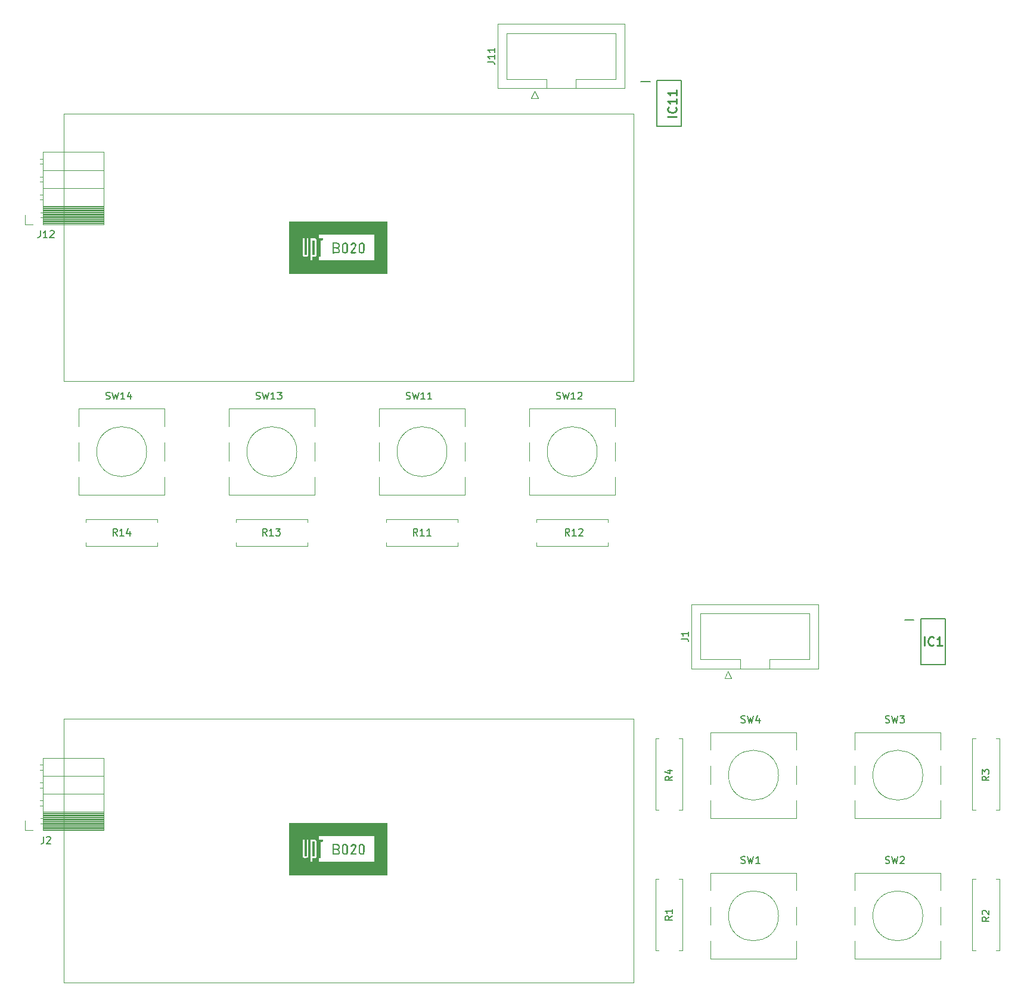
<source format=gbr>
%TF.GenerationSoftware,KiCad,Pcbnew,8.0.1*%
%TF.CreationDate,2024-04-25T15:56:32+03:00*%
%TF.ProjectId,Modul_Lcd_Butoane,4d6f6475-6c5f-44c6-9364-5f4275746f61,V1*%
%TF.SameCoordinates,Original*%
%TF.FileFunction,Legend,Top*%
%TF.FilePolarity,Positive*%
%FSLAX46Y46*%
G04 Gerber Fmt 4.6, Leading zero omitted, Abs format (unit mm)*
G04 Created by KiCad (PCBNEW 8.0.1) date 2024-04-25 15:56:32*
%MOMM*%
%LPD*%
G01*
G04 APERTURE LIST*
%ADD10C,0.100000*%
%ADD11C,0.150000*%
%ADD12C,0.254000*%
%ADD13C,0.000000*%
%ADD14C,0.120000*%
%ADD15C,0.200000*%
G04 APERTURE END LIST*
D10*
X31500000Y-58000000D02*
X112500000Y-58000000D01*
X112500000Y-96000000D01*
X31500000Y-96000000D01*
X31500000Y-58000000D01*
X31500000Y-144000000D02*
X112500000Y-144000000D01*
X112500000Y-181500000D01*
X31500000Y-181500000D01*
X31500000Y-144000000D01*
D11*
X37520476Y-98497200D02*
X37663333Y-98544819D01*
X37663333Y-98544819D02*
X37901428Y-98544819D01*
X37901428Y-98544819D02*
X37996666Y-98497200D01*
X37996666Y-98497200D02*
X38044285Y-98449580D01*
X38044285Y-98449580D02*
X38091904Y-98354342D01*
X38091904Y-98354342D02*
X38091904Y-98259104D01*
X38091904Y-98259104D02*
X38044285Y-98163866D01*
X38044285Y-98163866D02*
X37996666Y-98116247D01*
X37996666Y-98116247D02*
X37901428Y-98068628D01*
X37901428Y-98068628D02*
X37710952Y-98021009D01*
X37710952Y-98021009D02*
X37615714Y-97973390D01*
X37615714Y-97973390D02*
X37568095Y-97925771D01*
X37568095Y-97925771D02*
X37520476Y-97830533D01*
X37520476Y-97830533D02*
X37520476Y-97735295D01*
X37520476Y-97735295D02*
X37568095Y-97640057D01*
X37568095Y-97640057D02*
X37615714Y-97592438D01*
X37615714Y-97592438D02*
X37710952Y-97544819D01*
X37710952Y-97544819D02*
X37949047Y-97544819D01*
X37949047Y-97544819D02*
X38091904Y-97592438D01*
X38425238Y-97544819D02*
X38663333Y-98544819D01*
X38663333Y-98544819D02*
X38853809Y-97830533D01*
X38853809Y-97830533D02*
X39044285Y-98544819D01*
X39044285Y-98544819D02*
X39282381Y-97544819D01*
X40187142Y-98544819D02*
X39615714Y-98544819D01*
X39901428Y-98544819D02*
X39901428Y-97544819D01*
X39901428Y-97544819D02*
X39806190Y-97687676D01*
X39806190Y-97687676D02*
X39710952Y-97782914D01*
X39710952Y-97782914D02*
X39615714Y-97830533D01*
X41044285Y-97878152D02*
X41044285Y-98544819D01*
X40806190Y-97497200D02*
X40568095Y-98211485D01*
X40568095Y-98211485D02*
X41187142Y-98211485D01*
X58853809Y-98497200D02*
X58996666Y-98544819D01*
X58996666Y-98544819D02*
X59234761Y-98544819D01*
X59234761Y-98544819D02*
X59329999Y-98497200D01*
X59329999Y-98497200D02*
X59377618Y-98449580D01*
X59377618Y-98449580D02*
X59425237Y-98354342D01*
X59425237Y-98354342D02*
X59425237Y-98259104D01*
X59425237Y-98259104D02*
X59377618Y-98163866D01*
X59377618Y-98163866D02*
X59329999Y-98116247D01*
X59329999Y-98116247D02*
X59234761Y-98068628D01*
X59234761Y-98068628D02*
X59044285Y-98021009D01*
X59044285Y-98021009D02*
X58949047Y-97973390D01*
X58949047Y-97973390D02*
X58901428Y-97925771D01*
X58901428Y-97925771D02*
X58853809Y-97830533D01*
X58853809Y-97830533D02*
X58853809Y-97735295D01*
X58853809Y-97735295D02*
X58901428Y-97640057D01*
X58901428Y-97640057D02*
X58949047Y-97592438D01*
X58949047Y-97592438D02*
X59044285Y-97544819D01*
X59044285Y-97544819D02*
X59282380Y-97544819D01*
X59282380Y-97544819D02*
X59425237Y-97592438D01*
X59758571Y-97544819D02*
X59996666Y-98544819D01*
X59996666Y-98544819D02*
X60187142Y-97830533D01*
X60187142Y-97830533D02*
X60377618Y-98544819D01*
X60377618Y-98544819D02*
X60615714Y-97544819D01*
X61520475Y-98544819D02*
X60949047Y-98544819D01*
X61234761Y-98544819D02*
X61234761Y-97544819D01*
X61234761Y-97544819D02*
X61139523Y-97687676D01*
X61139523Y-97687676D02*
X61044285Y-97782914D01*
X61044285Y-97782914D02*
X60949047Y-97830533D01*
X61853809Y-97544819D02*
X62472856Y-97544819D01*
X62472856Y-97544819D02*
X62139523Y-97925771D01*
X62139523Y-97925771D02*
X62282380Y-97925771D01*
X62282380Y-97925771D02*
X62377618Y-97973390D01*
X62377618Y-97973390D02*
X62425237Y-98021009D01*
X62425237Y-98021009D02*
X62472856Y-98116247D01*
X62472856Y-98116247D02*
X62472856Y-98354342D01*
X62472856Y-98354342D02*
X62425237Y-98449580D01*
X62425237Y-98449580D02*
X62377618Y-98497200D01*
X62377618Y-98497200D02*
X62282380Y-98544819D01*
X62282380Y-98544819D02*
X61996666Y-98544819D01*
X61996666Y-98544819D02*
X61901428Y-98497200D01*
X61901428Y-98497200D02*
X61853809Y-98449580D01*
X101520476Y-98497200D02*
X101663333Y-98544819D01*
X101663333Y-98544819D02*
X101901428Y-98544819D01*
X101901428Y-98544819D02*
X101996666Y-98497200D01*
X101996666Y-98497200D02*
X102044285Y-98449580D01*
X102044285Y-98449580D02*
X102091904Y-98354342D01*
X102091904Y-98354342D02*
X102091904Y-98259104D01*
X102091904Y-98259104D02*
X102044285Y-98163866D01*
X102044285Y-98163866D02*
X101996666Y-98116247D01*
X101996666Y-98116247D02*
X101901428Y-98068628D01*
X101901428Y-98068628D02*
X101710952Y-98021009D01*
X101710952Y-98021009D02*
X101615714Y-97973390D01*
X101615714Y-97973390D02*
X101568095Y-97925771D01*
X101568095Y-97925771D02*
X101520476Y-97830533D01*
X101520476Y-97830533D02*
X101520476Y-97735295D01*
X101520476Y-97735295D02*
X101568095Y-97640057D01*
X101568095Y-97640057D02*
X101615714Y-97592438D01*
X101615714Y-97592438D02*
X101710952Y-97544819D01*
X101710952Y-97544819D02*
X101949047Y-97544819D01*
X101949047Y-97544819D02*
X102091904Y-97592438D01*
X102425238Y-97544819D02*
X102663333Y-98544819D01*
X102663333Y-98544819D02*
X102853809Y-97830533D01*
X102853809Y-97830533D02*
X103044285Y-98544819D01*
X103044285Y-98544819D02*
X103282381Y-97544819D01*
X104187142Y-98544819D02*
X103615714Y-98544819D01*
X103901428Y-98544819D02*
X103901428Y-97544819D01*
X103901428Y-97544819D02*
X103806190Y-97687676D01*
X103806190Y-97687676D02*
X103710952Y-97782914D01*
X103710952Y-97782914D02*
X103615714Y-97830533D01*
X104568095Y-97640057D02*
X104615714Y-97592438D01*
X104615714Y-97592438D02*
X104710952Y-97544819D01*
X104710952Y-97544819D02*
X104949047Y-97544819D01*
X104949047Y-97544819D02*
X105044285Y-97592438D01*
X105044285Y-97592438D02*
X105091904Y-97640057D01*
X105091904Y-97640057D02*
X105139523Y-97735295D01*
X105139523Y-97735295D02*
X105139523Y-97830533D01*
X105139523Y-97830533D02*
X105091904Y-97973390D01*
X105091904Y-97973390D02*
X104520476Y-98544819D01*
X104520476Y-98544819D02*
X105139523Y-98544819D01*
X80187142Y-98497200D02*
X80329999Y-98544819D01*
X80329999Y-98544819D02*
X80568094Y-98544819D01*
X80568094Y-98544819D02*
X80663332Y-98497200D01*
X80663332Y-98497200D02*
X80710951Y-98449580D01*
X80710951Y-98449580D02*
X80758570Y-98354342D01*
X80758570Y-98354342D02*
X80758570Y-98259104D01*
X80758570Y-98259104D02*
X80710951Y-98163866D01*
X80710951Y-98163866D02*
X80663332Y-98116247D01*
X80663332Y-98116247D02*
X80568094Y-98068628D01*
X80568094Y-98068628D02*
X80377618Y-98021009D01*
X80377618Y-98021009D02*
X80282380Y-97973390D01*
X80282380Y-97973390D02*
X80234761Y-97925771D01*
X80234761Y-97925771D02*
X80187142Y-97830533D01*
X80187142Y-97830533D02*
X80187142Y-97735295D01*
X80187142Y-97735295D02*
X80234761Y-97640057D01*
X80234761Y-97640057D02*
X80282380Y-97592438D01*
X80282380Y-97592438D02*
X80377618Y-97544819D01*
X80377618Y-97544819D02*
X80615713Y-97544819D01*
X80615713Y-97544819D02*
X80758570Y-97592438D01*
X81091904Y-97544819D02*
X81329999Y-98544819D01*
X81329999Y-98544819D02*
X81520475Y-97830533D01*
X81520475Y-97830533D02*
X81710951Y-98544819D01*
X81710951Y-98544819D02*
X81949047Y-97544819D01*
X82853808Y-98544819D02*
X82282380Y-98544819D01*
X82568094Y-98544819D02*
X82568094Y-97544819D01*
X82568094Y-97544819D02*
X82472856Y-97687676D01*
X82472856Y-97687676D02*
X82377618Y-97782914D01*
X82377618Y-97782914D02*
X82282380Y-97830533D01*
X83806189Y-98544819D02*
X83234761Y-98544819D01*
X83520475Y-98544819D02*
X83520475Y-97544819D01*
X83520475Y-97544819D02*
X83425237Y-97687676D01*
X83425237Y-97687676D02*
X83329999Y-97782914D01*
X83329999Y-97782914D02*
X83234761Y-97830533D01*
X39107142Y-117954819D02*
X38773809Y-117478628D01*
X38535714Y-117954819D02*
X38535714Y-116954819D01*
X38535714Y-116954819D02*
X38916666Y-116954819D01*
X38916666Y-116954819D02*
X39011904Y-117002438D01*
X39011904Y-117002438D02*
X39059523Y-117050057D01*
X39059523Y-117050057D02*
X39107142Y-117145295D01*
X39107142Y-117145295D02*
X39107142Y-117288152D01*
X39107142Y-117288152D02*
X39059523Y-117383390D01*
X39059523Y-117383390D02*
X39011904Y-117431009D01*
X39011904Y-117431009D02*
X38916666Y-117478628D01*
X38916666Y-117478628D02*
X38535714Y-117478628D01*
X40059523Y-117954819D02*
X39488095Y-117954819D01*
X39773809Y-117954819D02*
X39773809Y-116954819D01*
X39773809Y-116954819D02*
X39678571Y-117097676D01*
X39678571Y-117097676D02*
X39583333Y-117192914D01*
X39583333Y-117192914D02*
X39488095Y-117240533D01*
X40916666Y-117288152D02*
X40916666Y-117954819D01*
X40678571Y-116907200D02*
X40440476Y-117621485D01*
X40440476Y-117621485D02*
X41059523Y-117621485D01*
X60357142Y-117954819D02*
X60023809Y-117478628D01*
X59785714Y-117954819D02*
X59785714Y-116954819D01*
X59785714Y-116954819D02*
X60166666Y-116954819D01*
X60166666Y-116954819D02*
X60261904Y-117002438D01*
X60261904Y-117002438D02*
X60309523Y-117050057D01*
X60309523Y-117050057D02*
X60357142Y-117145295D01*
X60357142Y-117145295D02*
X60357142Y-117288152D01*
X60357142Y-117288152D02*
X60309523Y-117383390D01*
X60309523Y-117383390D02*
X60261904Y-117431009D01*
X60261904Y-117431009D02*
X60166666Y-117478628D01*
X60166666Y-117478628D02*
X59785714Y-117478628D01*
X61309523Y-117954819D02*
X60738095Y-117954819D01*
X61023809Y-117954819D02*
X61023809Y-116954819D01*
X61023809Y-116954819D02*
X60928571Y-117097676D01*
X60928571Y-117097676D02*
X60833333Y-117192914D01*
X60833333Y-117192914D02*
X60738095Y-117240533D01*
X61642857Y-116954819D02*
X62261904Y-116954819D01*
X62261904Y-116954819D02*
X61928571Y-117335771D01*
X61928571Y-117335771D02*
X62071428Y-117335771D01*
X62071428Y-117335771D02*
X62166666Y-117383390D01*
X62166666Y-117383390D02*
X62214285Y-117431009D01*
X62214285Y-117431009D02*
X62261904Y-117526247D01*
X62261904Y-117526247D02*
X62261904Y-117764342D01*
X62261904Y-117764342D02*
X62214285Y-117859580D01*
X62214285Y-117859580D02*
X62166666Y-117907200D01*
X62166666Y-117907200D02*
X62071428Y-117954819D01*
X62071428Y-117954819D02*
X61785714Y-117954819D01*
X61785714Y-117954819D02*
X61690476Y-117907200D01*
X61690476Y-117907200D02*
X61642857Y-117859580D01*
X103357142Y-117954819D02*
X103023809Y-117478628D01*
X102785714Y-117954819D02*
X102785714Y-116954819D01*
X102785714Y-116954819D02*
X103166666Y-116954819D01*
X103166666Y-116954819D02*
X103261904Y-117002438D01*
X103261904Y-117002438D02*
X103309523Y-117050057D01*
X103309523Y-117050057D02*
X103357142Y-117145295D01*
X103357142Y-117145295D02*
X103357142Y-117288152D01*
X103357142Y-117288152D02*
X103309523Y-117383390D01*
X103309523Y-117383390D02*
X103261904Y-117431009D01*
X103261904Y-117431009D02*
X103166666Y-117478628D01*
X103166666Y-117478628D02*
X102785714Y-117478628D01*
X104309523Y-117954819D02*
X103738095Y-117954819D01*
X104023809Y-117954819D02*
X104023809Y-116954819D01*
X104023809Y-116954819D02*
X103928571Y-117097676D01*
X103928571Y-117097676D02*
X103833333Y-117192914D01*
X103833333Y-117192914D02*
X103738095Y-117240533D01*
X104690476Y-117050057D02*
X104738095Y-117002438D01*
X104738095Y-117002438D02*
X104833333Y-116954819D01*
X104833333Y-116954819D02*
X105071428Y-116954819D01*
X105071428Y-116954819D02*
X105166666Y-117002438D01*
X105166666Y-117002438D02*
X105214285Y-117050057D01*
X105214285Y-117050057D02*
X105261904Y-117145295D01*
X105261904Y-117145295D02*
X105261904Y-117240533D01*
X105261904Y-117240533D02*
X105214285Y-117383390D01*
X105214285Y-117383390D02*
X104642857Y-117954819D01*
X104642857Y-117954819D02*
X105261904Y-117954819D01*
X81773808Y-117954819D02*
X81440475Y-117478628D01*
X81202380Y-117954819D02*
X81202380Y-116954819D01*
X81202380Y-116954819D02*
X81583332Y-116954819D01*
X81583332Y-116954819D02*
X81678570Y-117002438D01*
X81678570Y-117002438D02*
X81726189Y-117050057D01*
X81726189Y-117050057D02*
X81773808Y-117145295D01*
X81773808Y-117145295D02*
X81773808Y-117288152D01*
X81773808Y-117288152D02*
X81726189Y-117383390D01*
X81726189Y-117383390D02*
X81678570Y-117431009D01*
X81678570Y-117431009D02*
X81583332Y-117478628D01*
X81583332Y-117478628D02*
X81202380Y-117478628D01*
X82726189Y-117954819D02*
X82154761Y-117954819D01*
X82440475Y-117954819D02*
X82440475Y-116954819D01*
X82440475Y-116954819D02*
X82345237Y-117097676D01*
X82345237Y-117097676D02*
X82249999Y-117192914D01*
X82249999Y-117192914D02*
X82154761Y-117240533D01*
X83678570Y-117954819D02*
X83107142Y-117954819D01*
X83392856Y-117954819D02*
X83392856Y-116954819D01*
X83392856Y-116954819D02*
X83297618Y-117097676D01*
X83297618Y-117097676D02*
X83202380Y-117192914D01*
X83202380Y-117192914D02*
X83107142Y-117240533D01*
X28190476Y-74574819D02*
X28190476Y-75289104D01*
X28190476Y-75289104D02*
X28142857Y-75431961D01*
X28142857Y-75431961D02*
X28047619Y-75527200D01*
X28047619Y-75527200D02*
X27904762Y-75574819D01*
X27904762Y-75574819D02*
X27809524Y-75574819D01*
X29190476Y-75574819D02*
X28619048Y-75574819D01*
X28904762Y-75574819D02*
X28904762Y-74574819D01*
X28904762Y-74574819D02*
X28809524Y-74717676D01*
X28809524Y-74717676D02*
X28714286Y-74812914D01*
X28714286Y-74812914D02*
X28619048Y-74860533D01*
X29571429Y-74670057D02*
X29619048Y-74622438D01*
X29619048Y-74622438D02*
X29714286Y-74574819D01*
X29714286Y-74574819D02*
X29952381Y-74574819D01*
X29952381Y-74574819D02*
X30047619Y-74622438D01*
X30047619Y-74622438D02*
X30095238Y-74670057D01*
X30095238Y-74670057D02*
X30142857Y-74765295D01*
X30142857Y-74765295D02*
X30142857Y-74860533D01*
X30142857Y-74860533D02*
X30095238Y-75003390D01*
X30095238Y-75003390D02*
X29523810Y-75574819D01*
X29523810Y-75574819D02*
X30142857Y-75574819D01*
X91734819Y-50579523D02*
X92449104Y-50579523D01*
X92449104Y-50579523D02*
X92591961Y-50627142D01*
X92591961Y-50627142D02*
X92687200Y-50722380D01*
X92687200Y-50722380D02*
X92734819Y-50865237D01*
X92734819Y-50865237D02*
X92734819Y-50960475D01*
X92734819Y-49579523D02*
X92734819Y-50150951D01*
X92734819Y-49865237D02*
X91734819Y-49865237D01*
X91734819Y-49865237D02*
X91877676Y-49960475D01*
X91877676Y-49960475D02*
X91972914Y-50055713D01*
X91972914Y-50055713D02*
X92020533Y-50150951D01*
X92734819Y-48627142D02*
X92734819Y-49198570D01*
X92734819Y-48912856D02*
X91734819Y-48912856D01*
X91734819Y-48912856D02*
X91877676Y-49008094D01*
X91877676Y-49008094D02*
X91972914Y-49103332D01*
X91972914Y-49103332D02*
X92020533Y-49198570D01*
X28666666Y-160724819D02*
X28666666Y-161439104D01*
X28666666Y-161439104D02*
X28619047Y-161581961D01*
X28619047Y-161581961D02*
X28523809Y-161677200D01*
X28523809Y-161677200D02*
X28380952Y-161724819D01*
X28380952Y-161724819D02*
X28285714Y-161724819D01*
X29095238Y-160820057D02*
X29142857Y-160772438D01*
X29142857Y-160772438D02*
X29238095Y-160724819D01*
X29238095Y-160724819D02*
X29476190Y-160724819D01*
X29476190Y-160724819D02*
X29571428Y-160772438D01*
X29571428Y-160772438D02*
X29619047Y-160820057D01*
X29619047Y-160820057D02*
X29666666Y-160915295D01*
X29666666Y-160915295D02*
X29666666Y-161010533D01*
X29666666Y-161010533D02*
X29619047Y-161153390D01*
X29619047Y-161153390D02*
X29047619Y-161724819D01*
X29047619Y-161724819D02*
X29666666Y-161724819D01*
D12*
X118574318Y-58344524D02*
X117304318Y-58344524D01*
X118453365Y-57014047D02*
X118513842Y-57074523D01*
X118513842Y-57074523D02*
X118574318Y-57255952D01*
X118574318Y-57255952D02*
X118574318Y-57376904D01*
X118574318Y-57376904D02*
X118513842Y-57558333D01*
X118513842Y-57558333D02*
X118392889Y-57679285D01*
X118392889Y-57679285D02*
X118271937Y-57739762D01*
X118271937Y-57739762D02*
X118030032Y-57800238D01*
X118030032Y-57800238D02*
X117848603Y-57800238D01*
X117848603Y-57800238D02*
X117606699Y-57739762D01*
X117606699Y-57739762D02*
X117485746Y-57679285D01*
X117485746Y-57679285D02*
X117364794Y-57558333D01*
X117364794Y-57558333D02*
X117304318Y-57376904D01*
X117304318Y-57376904D02*
X117304318Y-57255952D01*
X117304318Y-57255952D02*
X117364794Y-57074523D01*
X117364794Y-57074523D02*
X117425270Y-57014047D01*
X118574318Y-55804523D02*
X118574318Y-56530238D01*
X118574318Y-56167381D02*
X117304318Y-56167381D01*
X117304318Y-56167381D02*
X117485746Y-56288333D01*
X117485746Y-56288333D02*
X117606699Y-56409285D01*
X117606699Y-56409285D02*
X117667175Y-56530238D01*
X118574318Y-54594999D02*
X118574318Y-55320714D01*
X118574318Y-54957857D02*
X117304318Y-54957857D01*
X117304318Y-54957857D02*
X117485746Y-55078809D01*
X117485746Y-55078809D02*
X117606699Y-55199761D01*
X117606699Y-55199761D02*
X117667175Y-55320714D01*
X153760237Y-133574318D02*
X153760237Y-132304318D01*
X155090714Y-133453365D02*
X155030238Y-133513842D01*
X155030238Y-133513842D02*
X154848809Y-133574318D01*
X154848809Y-133574318D02*
X154727857Y-133574318D01*
X154727857Y-133574318D02*
X154546428Y-133513842D01*
X154546428Y-133513842D02*
X154425476Y-133392889D01*
X154425476Y-133392889D02*
X154364999Y-133271937D01*
X154364999Y-133271937D02*
X154304523Y-133030032D01*
X154304523Y-133030032D02*
X154304523Y-132848603D01*
X154304523Y-132848603D02*
X154364999Y-132606699D01*
X154364999Y-132606699D02*
X154425476Y-132485746D01*
X154425476Y-132485746D02*
X154546428Y-132364794D01*
X154546428Y-132364794D02*
X154727857Y-132304318D01*
X154727857Y-132304318D02*
X154848809Y-132304318D01*
X154848809Y-132304318D02*
X155030238Y-132364794D01*
X155030238Y-132364794D02*
X155090714Y-132425270D01*
X156300238Y-133574318D02*
X155574523Y-133574318D01*
X155937380Y-133574318D02*
X155937380Y-132304318D01*
X155937380Y-132304318D02*
X155816428Y-132485746D01*
X155816428Y-132485746D02*
X155695476Y-132606699D01*
X155695476Y-132606699D02*
X155574523Y-132667175D01*
D11*
X127746667Y-144497200D02*
X127889524Y-144544819D01*
X127889524Y-144544819D02*
X128127619Y-144544819D01*
X128127619Y-144544819D02*
X128222857Y-144497200D01*
X128222857Y-144497200D02*
X128270476Y-144449580D01*
X128270476Y-144449580D02*
X128318095Y-144354342D01*
X128318095Y-144354342D02*
X128318095Y-144259104D01*
X128318095Y-144259104D02*
X128270476Y-144163866D01*
X128270476Y-144163866D02*
X128222857Y-144116247D01*
X128222857Y-144116247D02*
X128127619Y-144068628D01*
X128127619Y-144068628D02*
X127937143Y-144021009D01*
X127937143Y-144021009D02*
X127841905Y-143973390D01*
X127841905Y-143973390D02*
X127794286Y-143925771D01*
X127794286Y-143925771D02*
X127746667Y-143830533D01*
X127746667Y-143830533D02*
X127746667Y-143735295D01*
X127746667Y-143735295D02*
X127794286Y-143640057D01*
X127794286Y-143640057D02*
X127841905Y-143592438D01*
X127841905Y-143592438D02*
X127937143Y-143544819D01*
X127937143Y-143544819D02*
X128175238Y-143544819D01*
X128175238Y-143544819D02*
X128318095Y-143592438D01*
X128651429Y-143544819D02*
X128889524Y-144544819D01*
X128889524Y-144544819D02*
X129080000Y-143830533D01*
X129080000Y-143830533D02*
X129270476Y-144544819D01*
X129270476Y-144544819D02*
X129508572Y-143544819D01*
X130318095Y-143878152D02*
X130318095Y-144544819D01*
X130080000Y-143497200D02*
X129841905Y-144211485D01*
X129841905Y-144211485D02*
X130460952Y-144211485D01*
X148246667Y-144497200D02*
X148389524Y-144544819D01*
X148389524Y-144544819D02*
X148627619Y-144544819D01*
X148627619Y-144544819D02*
X148722857Y-144497200D01*
X148722857Y-144497200D02*
X148770476Y-144449580D01*
X148770476Y-144449580D02*
X148818095Y-144354342D01*
X148818095Y-144354342D02*
X148818095Y-144259104D01*
X148818095Y-144259104D02*
X148770476Y-144163866D01*
X148770476Y-144163866D02*
X148722857Y-144116247D01*
X148722857Y-144116247D02*
X148627619Y-144068628D01*
X148627619Y-144068628D02*
X148437143Y-144021009D01*
X148437143Y-144021009D02*
X148341905Y-143973390D01*
X148341905Y-143973390D02*
X148294286Y-143925771D01*
X148294286Y-143925771D02*
X148246667Y-143830533D01*
X148246667Y-143830533D02*
X148246667Y-143735295D01*
X148246667Y-143735295D02*
X148294286Y-143640057D01*
X148294286Y-143640057D02*
X148341905Y-143592438D01*
X148341905Y-143592438D02*
X148437143Y-143544819D01*
X148437143Y-143544819D02*
X148675238Y-143544819D01*
X148675238Y-143544819D02*
X148818095Y-143592438D01*
X149151429Y-143544819D02*
X149389524Y-144544819D01*
X149389524Y-144544819D02*
X149580000Y-143830533D01*
X149580000Y-143830533D02*
X149770476Y-144544819D01*
X149770476Y-144544819D02*
X150008572Y-143544819D01*
X150294286Y-143544819D02*
X150913333Y-143544819D01*
X150913333Y-143544819D02*
X150580000Y-143925771D01*
X150580000Y-143925771D02*
X150722857Y-143925771D01*
X150722857Y-143925771D02*
X150818095Y-143973390D01*
X150818095Y-143973390D02*
X150865714Y-144021009D01*
X150865714Y-144021009D02*
X150913333Y-144116247D01*
X150913333Y-144116247D02*
X150913333Y-144354342D01*
X150913333Y-144354342D02*
X150865714Y-144449580D01*
X150865714Y-144449580D02*
X150818095Y-144497200D01*
X150818095Y-144497200D02*
X150722857Y-144544819D01*
X150722857Y-144544819D02*
X150437143Y-144544819D01*
X150437143Y-144544819D02*
X150341905Y-144497200D01*
X150341905Y-144497200D02*
X150294286Y-144449580D01*
X148246667Y-164497200D02*
X148389524Y-164544819D01*
X148389524Y-164544819D02*
X148627619Y-164544819D01*
X148627619Y-164544819D02*
X148722857Y-164497200D01*
X148722857Y-164497200D02*
X148770476Y-164449580D01*
X148770476Y-164449580D02*
X148818095Y-164354342D01*
X148818095Y-164354342D02*
X148818095Y-164259104D01*
X148818095Y-164259104D02*
X148770476Y-164163866D01*
X148770476Y-164163866D02*
X148722857Y-164116247D01*
X148722857Y-164116247D02*
X148627619Y-164068628D01*
X148627619Y-164068628D02*
X148437143Y-164021009D01*
X148437143Y-164021009D02*
X148341905Y-163973390D01*
X148341905Y-163973390D02*
X148294286Y-163925771D01*
X148294286Y-163925771D02*
X148246667Y-163830533D01*
X148246667Y-163830533D02*
X148246667Y-163735295D01*
X148246667Y-163735295D02*
X148294286Y-163640057D01*
X148294286Y-163640057D02*
X148341905Y-163592438D01*
X148341905Y-163592438D02*
X148437143Y-163544819D01*
X148437143Y-163544819D02*
X148675238Y-163544819D01*
X148675238Y-163544819D02*
X148818095Y-163592438D01*
X149151429Y-163544819D02*
X149389524Y-164544819D01*
X149389524Y-164544819D02*
X149580000Y-163830533D01*
X149580000Y-163830533D02*
X149770476Y-164544819D01*
X149770476Y-164544819D02*
X150008572Y-163544819D01*
X150341905Y-163640057D02*
X150389524Y-163592438D01*
X150389524Y-163592438D02*
X150484762Y-163544819D01*
X150484762Y-163544819D02*
X150722857Y-163544819D01*
X150722857Y-163544819D02*
X150818095Y-163592438D01*
X150818095Y-163592438D02*
X150865714Y-163640057D01*
X150865714Y-163640057D02*
X150913333Y-163735295D01*
X150913333Y-163735295D02*
X150913333Y-163830533D01*
X150913333Y-163830533D02*
X150865714Y-163973390D01*
X150865714Y-163973390D02*
X150294286Y-164544819D01*
X150294286Y-164544819D02*
X150913333Y-164544819D01*
X127746667Y-164497200D02*
X127889524Y-164544819D01*
X127889524Y-164544819D02*
X128127619Y-164544819D01*
X128127619Y-164544819D02*
X128222857Y-164497200D01*
X128222857Y-164497200D02*
X128270476Y-164449580D01*
X128270476Y-164449580D02*
X128318095Y-164354342D01*
X128318095Y-164354342D02*
X128318095Y-164259104D01*
X128318095Y-164259104D02*
X128270476Y-164163866D01*
X128270476Y-164163866D02*
X128222857Y-164116247D01*
X128222857Y-164116247D02*
X128127619Y-164068628D01*
X128127619Y-164068628D02*
X127937143Y-164021009D01*
X127937143Y-164021009D02*
X127841905Y-163973390D01*
X127841905Y-163973390D02*
X127794286Y-163925771D01*
X127794286Y-163925771D02*
X127746667Y-163830533D01*
X127746667Y-163830533D02*
X127746667Y-163735295D01*
X127746667Y-163735295D02*
X127794286Y-163640057D01*
X127794286Y-163640057D02*
X127841905Y-163592438D01*
X127841905Y-163592438D02*
X127937143Y-163544819D01*
X127937143Y-163544819D02*
X128175238Y-163544819D01*
X128175238Y-163544819D02*
X128318095Y-163592438D01*
X128651429Y-163544819D02*
X128889524Y-164544819D01*
X128889524Y-164544819D02*
X129080000Y-163830533D01*
X129080000Y-163830533D02*
X129270476Y-164544819D01*
X129270476Y-164544819D02*
X129508572Y-163544819D01*
X130413333Y-164544819D02*
X129841905Y-164544819D01*
X130127619Y-164544819D02*
X130127619Y-163544819D01*
X130127619Y-163544819D02*
X130032381Y-163687676D01*
X130032381Y-163687676D02*
X129937143Y-163782914D01*
X129937143Y-163782914D02*
X129841905Y-163830533D01*
X117954819Y-152166666D02*
X117478628Y-152499999D01*
X117954819Y-152738094D02*
X116954819Y-152738094D01*
X116954819Y-152738094D02*
X116954819Y-152357142D01*
X116954819Y-152357142D02*
X117002438Y-152261904D01*
X117002438Y-152261904D02*
X117050057Y-152214285D01*
X117050057Y-152214285D02*
X117145295Y-152166666D01*
X117145295Y-152166666D02*
X117288152Y-152166666D01*
X117288152Y-152166666D02*
X117383390Y-152214285D01*
X117383390Y-152214285D02*
X117431009Y-152261904D01*
X117431009Y-152261904D02*
X117478628Y-152357142D01*
X117478628Y-152357142D02*
X117478628Y-152738094D01*
X117288152Y-151309523D02*
X117954819Y-151309523D01*
X116907200Y-151547618D02*
X117621485Y-151785713D01*
X117621485Y-151785713D02*
X117621485Y-151166666D01*
X162954819Y-152166666D02*
X162478628Y-152499999D01*
X162954819Y-152738094D02*
X161954819Y-152738094D01*
X161954819Y-152738094D02*
X161954819Y-152357142D01*
X161954819Y-152357142D02*
X162002438Y-152261904D01*
X162002438Y-152261904D02*
X162050057Y-152214285D01*
X162050057Y-152214285D02*
X162145295Y-152166666D01*
X162145295Y-152166666D02*
X162288152Y-152166666D01*
X162288152Y-152166666D02*
X162383390Y-152214285D01*
X162383390Y-152214285D02*
X162431009Y-152261904D01*
X162431009Y-152261904D02*
X162478628Y-152357142D01*
X162478628Y-152357142D02*
X162478628Y-152738094D01*
X161954819Y-151833332D02*
X161954819Y-151214285D01*
X161954819Y-151214285D02*
X162335771Y-151547618D01*
X162335771Y-151547618D02*
X162335771Y-151404761D01*
X162335771Y-151404761D02*
X162383390Y-151309523D01*
X162383390Y-151309523D02*
X162431009Y-151261904D01*
X162431009Y-151261904D02*
X162526247Y-151214285D01*
X162526247Y-151214285D02*
X162764342Y-151214285D01*
X162764342Y-151214285D02*
X162859580Y-151261904D01*
X162859580Y-151261904D02*
X162907200Y-151309523D01*
X162907200Y-151309523D02*
X162954819Y-151404761D01*
X162954819Y-151404761D02*
X162954819Y-151690475D01*
X162954819Y-151690475D02*
X162907200Y-151785713D01*
X162907200Y-151785713D02*
X162859580Y-151833332D01*
X162954819Y-172166666D02*
X162478628Y-172499999D01*
X162954819Y-172738094D02*
X161954819Y-172738094D01*
X161954819Y-172738094D02*
X161954819Y-172357142D01*
X161954819Y-172357142D02*
X162002438Y-172261904D01*
X162002438Y-172261904D02*
X162050057Y-172214285D01*
X162050057Y-172214285D02*
X162145295Y-172166666D01*
X162145295Y-172166666D02*
X162288152Y-172166666D01*
X162288152Y-172166666D02*
X162383390Y-172214285D01*
X162383390Y-172214285D02*
X162431009Y-172261904D01*
X162431009Y-172261904D02*
X162478628Y-172357142D01*
X162478628Y-172357142D02*
X162478628Y-172738094D01*
X162050057Y-171785713D02*
X162002438Y-171738094D01*
X162002438Y-171738094D02*
X161954819Y-171642856D01*
X161954819Y-171642856D02*
X161954819Y-171404761D01*
X161954819Y-171404761D02*
X162002438Y-171309523D01*
X162002438Y-171309523D02*
X162050057Y-171261904D01*
X162050057Y-171261904D02*
X162145295Y-171214285D01*
X162145295Y-171214285D02*
X162240533Y-171214285D01*
X162240533Y-171214285D02*
X162383390Y-171261904D01*
X162383390Y-171261904D02*
X162954819Y-171833332D01*
X162954819Y-171833332D02*
X162954819Y-171214285D01*
X117954819Y-172016666D02*
X117478628Y-172349999D01*
X117954819Y-172588094D02*
X116954819Y-172588094D01*
X116954819Y-172588094D02*
X116954819Y-172207142D01*
X116954819Y-172207142D02*
X117002438Y-172111904D01*
X117002438Y-172111904D02*
X117050057Y-172064285D01*
X117050057Y-172064285D02*
X117145295Y-172016666D01*
X117145295Y-172016666D02*
X117288152Y-172016666D01*
X117288152Y-172016666D02*
X117383390Y-172064285D01*
X117383390Y-172064285D02*
X117431009Y-172111904D01*
X117431009Y-172111904D02*
X117478628Y-172207142D01*
X117478628Y-172207142D02*
X117478628Y-172588094D01*
X117954819Y-171064285D02*
X117954819Y-171635713D01*
X117954819Y-171349999D02*
X116954819Y-171349999D01*
X116954819Y-171349999D02*
X117097676Y-171445237D01*
X117097676Y-171445237D02*
X117192914Y-171540475D01*
X117192914Y-171540475D02*
X117240533Y-171635713D01*
X119234819Y-132603333D02*
X119949104Y-132603333D01*
X119949104Y-132603333D02*
X120091961Y-132650952D01*
X120091961Y-132650952D02*
X120187200Y-132746190D01*
X120187200Y-132746190D02*
X120234819Y-132889047D01*
X120234819Y-132889047D02*
X120234819Y-132984285D01*
X120234819Y-131603333D02*
X120234819Y-132174761D01*
X120234819Y-131889047D02*
X119234819Y-131889047D01*
X119234819Y-131889047D02*
X119377676Y-131984285D01*
X119377676Y-131984285D02*
X119472914Y-132079523D01*
X119472914Y-132079523D02*
X119520533Y-132174761D01*
D13*
%TO.C,G\u002A\u002A\u002A*%
G36*
X77510036Y-77000000D02*
G01*
X77510036Y-80732616D01*
X70500000Y-80732616D01*
X63489965Y-80732616D01*
X63489965Y-78775269D01*
X66585305Y-78775269D01*
X66721864Y-78775269D01*
X66799933Y-78771065D01*
X66840567Y-78743514D01*
X66855990Y-78670208D01*
X66858423Y-78528739D01*
X66858423Y-78524910D01*
X66858423Y-78274552D01*
X67063262Y-78274552D01*
X67239029Y-78253727D01*
X67356190Y-78186421D01*
X67359140Y-78183513D01*
X67387540Y-78150545D01*
X67409340Y-78107950D01*
X67425408Y-78044216D01*
X67436613Y-77947834D01*
X67443824Y-77807294D01*
X67447910Y-77611086D01*
X67449738Y-77347701D01*
X67450178Y-77005628D01*
X67450180Y-76977240D01*
X67450139Y-76599977D01*
X67447372Y-76303917D01*
X67437915Y-76079234D01*
X67417801Y-75916101D01*
X67383066Y-75804691D01*
X67329744Y-75735176D01*
X67253871Y-75697729D01*
X67151479Y-75682523D01*
X67018605Y-75679732D01*
X66926703Y-75679928D01*
X66585305Y-75679928D01*
X66585305Y-77227599D01*
X66585305Y-78775269D01*
X63489965Y-78775269D01*
X63489965Y-77000000D01*
X63489965Y-75679928D01*
X65447312Y-75679928D01*
X65447312Y-76877501D01*
X65447947Y-77256519D01*
X65450768Y-77554816D01*
X65457152Y-77782707D01*
X65468472Y-77950507D01*
X65486106Y-78068529D01*
X65511428Y-78147090D01*
X65545813Y-78196503D01*
X65590638Y-78227084D01*
X65629391Y-78242962D01*
X65766405Y-78266962D01*
X65940603Y-78267133D01*
X66101646Y-78244714D01*
X66149904Y-78230159D01*
X66266667Y-78185766D01*
X66266667Y-76932847D01*
X66266667Y-75679928D01*
X66152868Y-75679928D01*
X66039068Y-75679928D01*
X66039068Y-76840681D01*
X66039068Y-78001434D01*
X65879749Y-78001434D01*
X65720430Y-78001434D01*
X65720430Y-76840681D01*
X65720430Y-75679928D01*
X65583871Y-75679928D01*
X65447312Y-75679928D01*
X63489965Y-75679928D01*
X63489965Y-75179211D01*
X67768818Y-75179211D01*
X67768818Y-75429570D01*
X67768818Y-75679928D01*
X68041936Y-75679928D01*
X68315054Y-75679928D01*
X68315054Y-75839247D01*
X68307441Y-75946288D01*
X68268828Y-75990191D01*
X68178495Y-75998566D01*
X68041936Y-75998566D01*
X68041936Y-77136559D01*
X68041936Y-78274552D01*
X67905377Y-78274552D01*
X67827308Y-78278756D01*
X67786674Y-78306307D01*
X67771251Y-78379613D01*
X67768818Y-78521082D01*
X67768818Y-78524910D01*
X67768818Y-78775269D01*
X71706273Y-78775269D01*
X75643728Y-78775269D01*
X75643728Y-76977240D01*
X75643728Y-75179211D01*
X71706273Y-75179211D01*
X67768818Y-75179211D01*
X63489965Y-75179211D01*
X63489965Y-73267384D01*
X70500000Y-73267384D01*
X77510036Y-73267384D01*
X77510036Y-77000000D01*
G37*
G36*
X70117155Y-76278670D02*
G01*
X70323697Y-76288174D01*
X70459885Y-76301962D01*
X70546399Y-76324904D01*
X70603924Y-76361870D01*
X70640632Y-76401907D01*
X70709769Y-76545131D01*
X70726693Y-76714229D01*
X70691612Y-76871655D01*
X70637594Y-76953446D01*
X70580789Y-77017119D01*
X70579621Y-77065363D01*
X70638098Y-77133885D01*
X70660354Y-77156215D01*
X70754788Y-77306552D01*
X70763808Y-77472736D01*
X70687324Y-77638861D01*
X70663314Y-77668877D01*
X70606535Y-77728507D01*
X70545770Y-77766969D01*
X70459398Y-77789942D01*
X70325798Y-77803106D01*
X70123349Y-77812142D01*
X70117077Y-77812369D01*
X69680646Y-77828143D01*
X69680646Y-77136559D01*
X69908244Y-77136559D01*
X69908244Y-77386918D01*
X69908244Y-77637276D01*
X70138835Y-77637276D01*
X70291648Y-77628175D01*
X70417660Y-77605080D01*
X70457473Y-77590155D01*
X70520286Y-77511774D01*
X70546337Y-77389599D01*
X70532196Y-77264552D01*
X70490896Y-77191183D01*
X70417925Y-77161351D01*
X70286737Y-77141511D01*
X70172258Y-77136559D01*
X69908244Y-77136559D01*
X69680646Y-77136559D01*
X69680646Y-77045520D01*
X69680646Y-76453763D01*
X69908244Y-76453763D01*
X69908244Y-76704122D01*
X69908244Y-76954480D01*
X70155351Y-76954480D01*
X70353919Y-76937487D01*
X70469928Y-76886821D01*
X70473989Y-76882949D01*
X70531858Y-76780663D01*
X70545520Y-76704122D01*
X70514410Y-76574433D01*
X70416673Y-76493436D01*
X70245697Y-76456887D01*
X70155351Y-76453763D01*
X69908244Y-76453763D01*
X69680646Y-76453763D01*
X69680646Y-76262897D01*
X70117155Y-76278670D01*
G37*
G36*
X73987730Y-76284323D02*
G01*
X74111583Y-76329989D01*
X74195625Y-76420310D01*
X74246777Y-76566913D01*
X74271958Y-76781424D01*
X74278137Y-77046252D01*
X74269191Y-77333984D01*
X74238071Y-77543170D01*
X74178349Y-77684933D01*
X74083600Y-77770394D01*
X73947397Y-77810674D01*
X73832250Y-77817907D01*
X73672654Y-77800717D01*
X73555673Y-77736076D01*
X73524992Y-77707625D01*
X73477785Y-77655392D01*
X73446155Y-77598488D01*
X73426998Y-77518505D01*
X73417206Y-77397036D01*
X73413674Y-77215672D01*
X73413302Y-77062036D01*
X73595341Y-77062036D01*
X73599230Y-77283466D01*
X73612524Y-77431304D01*
X73637663Y-77522731D01*
X73666872Y-77565745D01*
X73778552Y-77626370D01*
X73906361Y-77628994D01*
X73995914Y-77582652D01*
X74024606Y-77504416D01*
X74042912Y-77340149D01*
X74050379Y-77094316D01*
X74050538Y-77045520D01*
X74046931Y-76802193D01*
X74032375Y-76635646D01*
X74001267Y-76531776D01*
X73948003Y-76476481D01*
X73866982Y-76455656D01*
X73815437Y-76453763D01*
X73724314Y-76469026D01*
X73661348Y-76523298D01*
X73621935Y-76629303D01*
X73601472Y-76799764D01*
X73595353Y-77047407D01*
X73595341Y-77062036D01*
X73413302Y-77062036D01*
X73413262Y-77045520D01*
X73414282Y-76811958D01*
X73419413Y-76651023D01*
X73431761Y-76544307D01*
X73454432Y-76473402D01*
X73490534Y-76419901D01*
X73524992Y-76383415D01*
X73654137Y-76296495D01*
X73817147Y-76271685D01*
X73987730Y-76284323D01*
G37*
G36*
X71620705Y-76284323D02*
G01*
X71744558Y-76329989D01*
X71828600Y-76420310D01*
X71879752Y-76566913D01*
X71904933Y-76781424D01*
X71911111Y-77046252D01*
X71902166Y-77333984D01*
X71871046Y-77543170D01*
X71811324Y-77684933D01*
X71716575Y-77770394D01*
X71580372Y-77810674D01*
X71465225Y-77817907D01*
X71305629Y-77800717D01*
X71188648Y-77736076D01*
X71157967Y-77707625D01*
X71110759Y-77655392D01*
X71079130Y-77598488D01*
X71059973Y-77518505D01*
X71050181Y-77397036D01*
X71046649Y-77215672D01*
X71046277Y-77062036D01*
X71228316Y-77062036D01*
X71232205Y-77283466D01*
X71245499Y-77431304D01*
X71270638Y-77522731D01*
X71299847Y-77565745D01*
X71411527Y-77626370D01*
X71539335Y-77628994D01*
X71628889Y-77582652D01*
X71657580Y-77504416D01*
X71675887Y-77340149D01*
X71683354Y-77094316D01*
X71683513Y-77045520D01*
X71679906Y-76802193D01*
X71665350Y-76635646D01*
X71634241Y-76531776D01*
X71580978Y-76476481D01*
X71499957Y-76455656D01*
X71448412Y-76453763D01*
X71357289Y-76469026D01*
X71294323Y-76523298D01*
X71254910Y-76629303D01*
X71234447Y-76799764D01*
X71228328Y-77047407D01*
X71228316Y-77062036D01*
X71046277Y-77062036D01*
X71046237Y-77045520D01*
X71047257Y-76811958D01*
X71052388Y-76651023D01*
X71064736Y-76544307D01*
X71087407Y-76473402D01*
X71123509Y-76419901D01*
X71157967Y-76383415D01*
X71287112Y-76296495D01*
X71450122Y-76271685D01*
X71620705Y-76284323D01*
G37*
G36*
X72826567Y-76287781D02*
G01*
X72941668Y-76346774D01*
X72988423Y-76388944D01*
X73071797Y-76513339D01*
X73088437Y-76660246D01*
X73036483Y-76838614D01*
X72914074Y-77057387D01*
X72821757Y-77190367D01*
X72685645Y-77378223D01*
X72602372Y-77504337D01*
X72571797Y-77581006D01*
X72593779Y-77620523D01*
X72668177Y-77635184D01*
X72794850Y-77637284D01*
X72816636Y-77637276D01*
X72970823Y-77640484D01*
X73054730Y-77654618D01*
X73089024Y-77686448D01*
X73094624Y-77728315D01*
X73088094Y-77770629D01*
X73057246Y-77797334D01*
X72985192Y-77811986D01*
X72855045Y-77818141D01*
X72662187Y-77819355D01*
X72461279Y-77818016D01*
X72334491Y-77811595D01*
X72264913Y-77796490D01*
X72235636Y-77769095D01*
X72229749Y-77727176D01*
X72256090Y-77655537D01*
X72327617Y-77530659D01*
X72433092Y-77370748D01*
X72548387Y-77211079D01*
X72712011Y-76981912D01*
X72815243Y-76806618D01*
X72862040Y-76674669D01*
X72856357Y-76575536D01*
X72812402Y-76508387D01*
X72704148Y-76456095D01*
X72582176Y-76475813D01*
X72479904Y-76561663D01*
X72475922Y-76567563D01*
X72398927Y-76645009D01*
X72313876Y-76679370D01*
X72248739Y-76665078D01*
X72229749Y-76616575D01*
X72257317Y-76542287D01*
X72325733Y-76438844D01*
X72347595Y-76411736D01*
X72441945Y-76319475D01*
X72544575Y-76279314D01*
X72668302Y-76271685D01*
X72826567Y-76287781D01*
G37*
G36*
X67177061Y-76977240D02*
G01*
X67177061Y-78001434D01*
X67017742Y-78001434D01*
X66858423Y-78001434D01*
X66858423Y-76977240D01*
X66858423Y-75953047D01*
X67017742Y-75953047D01*
X67177061Y-75953047D01*
X67177061Y-76977240D01*
G37*
G36*
X77510036Y-162500000D02*
G01*
X77510036Y-166232616D01*
X70500000Y-166232616D01*
X63489965Y-166232616D01*
X63489965Y-164275269D01*
X66585305Y-164275269D01*
X66721864Y-164275269D01*
X66799933Y-164271065D01*
X66840567Y-164243514D01*
X66855990Y-164170208D01*
X66858423Y-164028739D01*
X66858423Y-164024910D01*
X66858423Y-163774552D01*
X67063262Y-163774552D01*
X67239029Y-163753727D01*
X67356190Y-163686421D01*
X67359140Y-163683513D01*
X67387540Y-163650545D01*
X67409340Y-163607950D01*
X67425408Y-163544216D01*
X67436613Y-163447834D01*
X67443824Y-163307294D01*
X67447910Y-163111086D01*
X67449738Y-162847701D01*
X67450178Y-162505628D01*
X67450180Y-162477240D01*
X67450139Y-162099977D01*
X67447372Y-161803917D01*
X67437915Y-161579234D01*
X67417801Y-161416101D01*
X67383066Y-161304691D01*
X67329744Y-161235176D01*
X67253871Y-161197729D01*
X67151479Y-161182523D01*
X67018605Y-161179732D01*
X66926703Y-161179928D01*
X66585305Y-161179928D01*
X66585305Y-162727599D01*
X66585305Y-164275269D01*
X63489965Y-164275269D01*
X63489965Y-162500000D01*
X63489965Y-161179928D01*
X65447312Y-161179928D01*
X65447312Y-162377501D01*
X65447947Y-162756519D01*
X65450768Y-163054816D01*
X65457152Y-163282707D01*
X65468472Y-163450507D01*
X65486106Y-163568529D01*
X65511428Y-163647090D01*
X65545813Y-163696503D01*
X65590638Y-163727084D01*
X65629391Y-163742962D01*
X65766405Y-163766962D01*
X65940603Y-163767133D01*
X66101646Y-163744714D01*
X66149904Y-163730159D01*
X66266667Y-163685766D01*
X66266667Y-162432847D01*
X66266667Y-161179928D01*
X66152868Y-161179928D01*
X66039068Y-161179928D01*
X66039068Y-162340681D01*
X66039068Y-163501434D01*
X65879749Y-163501434D01*
X65720430Y-163501434D01*
X65720430Y-162340681D01*
X65720430Y-161179928D01*
X65583871Y-161179928D01*
X65447312Y-161179928D01*
X63489965Y-161179928D01*
X63489965Y-160679211D01*
X67768818Y-160679211D01*
X67768818Y-160929570D01*
X67768818Y-161179928D01*
X68041936Y-161179928D01*
X68315054Y-161179928D01*
X68315054Y-161339247D01*
X68307441Y-161446288D01*
X68268828Y-161490191D01*
X68178495Y-161498566D01*
X68041936Y-161498566D01*
X68041936Y-162636559D01*
X68041936Y-163774552D01*
X67905377Y-163774552D01*
X67827308Y-163778756D01*
X67786674Y-163806307D01*
X67771251Y-163879613D01*
X67768818Y-164021082D01*
X67768818Y-164024910D01*
X67768818Y-164275269D01*
X71706273Y-164275269D01*
X75643728Y-164275269D01*
X75643728Y-162477240D01*
X75643728Y-160679211D01*
X71706273Y-160679211D01*
X67768818Y-160679211D01*
X63489965Y-160679211D01*
X63489965Y-158767384D01*
X70500000Y-158767384D01*
X77510036Y-158767384D01*
X77510036Y-162500000D01*
G37*
G36*
X67177061Y-162477240D02*
G01*
X67177061Y-163501434D01*
X67017742Y-163501434D01*
X66858423Y-163501434D01*
X66858423Y-162477240D01*
X66858423Y-161453047D01*
X67017742Y-161453047D01*
X67177061Y-161453047D01*
X67177061Y-162477240D01*
G37*
G36*
X70117155Y-161778670D02*
G01*
X70323697Y-161788174D01*
X70459885Y-161801962D01*
X70546399Y-161824904D01*
X70603924Y-161861870D01*
X70640632Y-161901907D01*
X70709769Y-162045131D01*
X70726693Y-162214229D01*
X70691612Y-162371655D01*
X70637594Y-162453446D01*
X70580789Y-162517119D01*
X70579621Y-162565363D01*
X70638098Y-162633885D01*
X70660354Y-162656215D01*
X70754788Y-162806552D01*
X70763808Y-162972736D01*
X70687324Y-163138861D01*
X70663314Y-163168877D01*
X70606535Y-163228507D01*
X70545770Y-163266969D01*
X70459398Y-163289942D01*
X70325798Y-163303106D01*
X70123349Y-163312142D01*
X70117077Y-163312369D01*
X69680646Y-163328143D01*
X69680646Y-162636559D01*
X69908244Y-162636559D01*
X69908244Y-162886918D01*
X69908244Y-163137276D01*
X70138835Y-163137276D01*
X70291648Y-163128175D01*
X70417660Y-163105080D01*
X70457473Y-163090155D01*
X70520286Y-163011774D01*
X70546337Y-162889599D01*
X70532196Y-162764552D01*
X70490896Y-162691183D01*
X70417925Y-162661351D01*
X70286737Y-162641511D01*
X70172258Y-162636559D01*
X69908244Y-162636559D01*
X69680646Y-162636559D01*
X69680646Y-162545520D01*
X69680646Y-161953763D01*
X69908244Y-161953763D01*
X69908244Y-162204122D01*
X69908244Y-162454480D01*
X70155351Y-162454480D01*
X70353919Y-162437487D01*
X70469928Y-162386821D01*
X70473989Y-162382949D01*
X70531858Y-162280663D01*
X70545520Y-162204122D01*
X70514410Y-162074433D01*
X70416673Y-161993436D01*
X70245697Y-161956887D01*
X70155351Y-161953763D01*
X69908244Y-161953763D01*
X69680646Y-161953763D01*
X69680646Y-161762897D01*
X70117155Y-161778670D01*
G37*
G36*
X71620705Y-161784323D02*
G01*
X71744558Y-161829989D01*
X71828600Y-161920310D01*
X71879752Y-162066913D01*
X71904933Y-162281424D01*
X71911111Y-162546252D01*
X71902166Y-162833984D01*
X71871046Y-163043170D01*
X71811324Y-163184933D01*
X71716575Y-163270394D01*
X71580372Y-163310674D01*
X71465225Y-163317907D01*
X71305629Y-163300717D01*
X71188648Y-163236076D01*
X71157967Y-163207625D01*
X71110759Y-163155392D01*
X71079130Y-163098488D01*
X71059973Y-163018505D01*
X71050181Y-162897036D01*
X71046649Y-162715672D01*
X71046277Y-162562036D01*
X71228316Y-162562036D01*
X71232205Y-162783466D01*
X71245499Y-162931304D01*
X71270638Y-163022731D01*
X71299847Y-163065745D01*
X71411527Y-163126370D01*
X71539335Y-163128994D01*
X71628889Y-163082652D01*
X71657580Y-163004416D01*
X71675887Y-162840149D01*
X71683354Y-162594316D01*
X71683513Y-162545520D01*
X71679906Y-162302193D01*
X71665350Y-162135646D01*
X71634241Y-162031776D01*
X71580978Y-161976481D01*
X71499957Y-161955656D01*
X71448412Y-161953763D01*
X71357289Y-161969026D01*
X71294323Y-162023298D01*
X71254910Y-162129303D01*
X71234447Y-162299764D01*
X71228328Y-162547407D01*
X71228316Y-162562036D01*
X71046277Y-162562036D01*
X71046237Y-162545520D01*
X71047257Y-162311958D01*
X71052388Y-162151023D01*
X71064736Y-162044307D01*
X71087407Y-161973402D01*
X71123509Y-161919901D01*
X71157967Y-161883415D01*
X71287112Y-161796495D01*
X71450122Y-161771685D01*
X71620705Y-161784323D01*
G37*
G36*
X72826567Y-161787781D02*
G01*
X72941668Y-161846774D01*
X72988423Y-161888944D01*
X73071797Y-162013339D01*
X73088437Y-162160246D01*
X73036483Y-162338614D01*
X72914074Y-162557387D01*
X72821757Y-162690367D01*
X72685645Y-162878223D01*
X72602372Y-163004337D01*
X72571797Y-163081006D01*
X72593779Y-163120523D01*
X72668177Y-163135184D01*
X72794850Y-163137284D01*
X72816636Y-163137276D01*
X72970823Y-163140484D01*
X73054730Y-163154618D01*
X73089024Y-163186448D01*
X73094624Y-163228315D01*
X73088094Y-163270629D01*
X73057246Y-163297334D01*
X72985192Y-163311986D01*
X72855045Y-163318141D01*
X72662187Y-163319355D01*
X72461279Y-163318016D01*
X72334491Y-163311595D01*
X72264913Y-163296490D01*
X72235636Y-163269095D01*
X72229749Y-163227176D01*
X72256090Y-163155537D01*
X72327617Y-163030659D01*
X72433092Y-162870748D01*
X72548387Y-162711079D01*
X72712011Y-162481912D01*
X72815243Y-162306618D01*
X72862040Y-162174669D01*
X72856357Y-162075536D01*
X72812402Y-162008387D01*
X72704148Y-161956095D01*
X72582176Y-161975813D01*
X72479904Y-162061663D01*
X72475922Y-162067563D01*
X72398927Y-162145009D01*
X72313876Y-162179370D01*
X72248739Y-162165078D01*
X72229749Y-162116575D01*
X72257317Y-162042287D01*
X72325733Y-161938844D01*
X72347595Y-161911736D01*
X72441945Y-161819475D01*
X72544575Y-161779314D01*
X72668302Y-161771685D01*
X72826567Y-161787781D01*
G37*
G36*
X73987730Y-161784323D02*
G01*
X74111583Y-161829989D01*
X74195625Y-161920310D01*
X74246777Y-162066913D01*
X74271958Y-162281424D01*
X74278137Y-162546252D01*
X74269191Y-162833984D01*
X74238071Y-163043170D01*
X74178349Y-163184933D01*
X74083600Y-163270394D01*
X73947397Y-163310674D01*
X73832250Y-163317907D01*
X73672654Y-163300717D01*
X73555673Y-163236076D01*
X73524992Y-163207625D01*
X73477785Y-163155392D01*
X73446155Y-163098488D01*
X73426998Y-163018505D01*
X73417206Y-162897036D01*
X73413674Y-162715672D01*
X73413302Y-162562036D01*
X73595341Y-162562036D01*
X73599230Y-162783466D01*
X73612524Y-162931304D01*
X73637663Y-163022731D01*
X73666872Y-163065745D01*
X73778552Y-163126370D01*
X73906361Y-163128994D01*
X73995914Y-163082652D01*
X74024606Y-163004416D01*
X74042912Y-162840149D01*
X74050379Y-162594316D01*
X74050538Y-162545520D01*
X74046931Y-162302193D01*
X74032375Y-162135646D01*
X74001267Y-162031776D01*
X73948003Y-161976481D01*
X73866982Y-161955656D01*
X73815437Y-161953763D01*
X73724314Y-161969026D01*
X73661348Y-162023298D01*
X73621935Y-162129303D01*
X73601472Y-162299764D01*
X73595353Y-162547407D01*
X73595341Y-162562036D01*
X73413302Y-162562036D01*
X73413262Y-162545520D01*
X73414282Y-162311958D01*
X73419413Y-162151023D01*
X73431761Y-162044307D01*
X73454432Y-161973402D01*
X73490534Y-161919901D01*
X73524992Y-161883415D01*
X73654137Y-161796495D01*
X73817147Y-161771685D01*
X73987730Y-161784323D01*
G37*
D14*
%TO.C,SW14*%
X33640000Y-99890000D02*
X33640000Y-102400000D01*
X33640000Y-99890000D02*
X45860000Y-99890000D01*
X33640000Y-104700000D02*
X33640000Y-107300000D01*
X33640000Y-109600000D02*
X33640000Y-112110000D01*
X45860000Y-99890000D02*
X45860000Y-102400000D01*
X45860000Y-104700000D02*
X45860000Y-107300000D01*
X45860000Y-109600000D02*
X45860000Y-112110000D01*
X45860000Y-112110000D02*
X33640000Y-112110000D01*
X43300000Y-106000000D02*
G75*
G02*
X36200000Y-106000000I-3550000J0D01*
G01*
X36200000Y-106000000D02*
G75*
G02*
X43300000Y-106000000I3550000J0D01*
G01*
%TO.C,SW13*%
X54973333Y-99890000D02*
X54973333Y-102400000D01*
X54973333Y-99890000D02*
X67193333Y-99890000D01*
X54973333Y-104700000D02*
X54973333Y-107300000D01*
X54973333Y-109600000D02*
X54973333Y-112110000D01*
X67193333Y-99890000D02*
X67193333Y-102400000D01*
X67193333Y-104700000D02*
X67193333Y-107300000D01*
X67193333Y-109600000D02*
X67193333Y-112110000D01*
X67193333Y-112110000D02*
X54973333Y-112110000D01*
X64633333Y-106000000D02*
G75*
G02*
X57533333Y-106000000I-3550000J0D01*
G01*
X57533333Y-106000000D02*
G75*
G02*
X64633333Y-106000000I3550000J0D01*
G01*
%TO.C,SW12*%
X107300000Y-106000000D02*
G75*
G02*
X100200000Y-106000000I-3550000J0D01*
G01*
X100200000Y-106000000D02*
G75*
G02*
X107300000Y-106000000I3550000J0D01*
G01*
X109860000Y-112110000D02*
X97640000Y-112110000D01*
X109860000Y-109600000D02*
X109860000Y-112110000D01*
X109860000Y-104700000D02*
X109860000Y-107300000D01*
X109860000Y-99890000D02*
X109860000Y-102400000D01*
X97640000Y-109600000D02*
X97640000Y-112110000D01*
X97640000Y-104700000D02*
X97640000Y-107300000D01*
X97640000Y-99890000D02*
X109860000Y-99890000D01*
X97640000Y-99890000D02*
X97640000Y-102400000D01*
%TO.C,SW11*%
X76306666Y-99890000D02*
X76306666Y-102400000D01*
X76306666Y-99890000D02*
X88526666Y-99890000D01*
X76306666Y-104700000D02*
X76306666Y-107300000D01*
X76306666Y-109600000D02*
X76306666Y-112110000D01*
X88526666Y-99890000D02*
X88526666Y-102400000D01*
X88526666Y-104700000D02*
X88526666Y-107300000D01*
X88526666Y-109600000D02*
X88526666Y-112110000D01*
X88526666Y-112110000D02*
X76306666Y-112110000D01*
X85966666Y-106000000D02*
G75*
G02*
X78866666Y-106000000I-3550000J0D01*
G01*
X78866666Y-106000000D02*
G75*
G02*
X85966666Y-106000000I3550000J0D01*
G01*
%TO.C,R14*%
X34680000Y-115580000D02*
X44820000Y-115580000D01*
X34680000Y-116060000D02*
X34680000Y-115580000D01*
X34680000Y-118940000D02*
X34680000Y-119420000D01*
X34680000Y-119420000D02*
X44820000Y-119420000D01*
X44820000Y-115580000D02*
X44820000Y-116060000D01*
X44820000Y-119420000D02*
X44820000Y-118940000D01*
%TO.C,R13*%
X56013333Y-115580000D02*
X56013333Y-116060000D01*
X56013333Y-119420000D02*
X56013333Y-118940000D01*
X66153333Y-115580000D02*
X56013333Y-115580000D01*
X66153333Y-116060000D02*
X66153333Y-115580000D01*
X66153333Y-118940000D02*
X66153333Y-119420000D01*
X66153333Y-119420000D02*
X56013333Y-119420000D01*
%TO.C,R12*%
X108820000Y-119420000D02*
X108820000Y-118940000D01*
X108820000Y-115580000D02*
X108820000Y-116060000D01*
X98680000Y-119420000D02*
X108820000Y-119420000D01*
X98680000Y-118940000D02*
X98680000Y-119420000D01*
X98680000Y-116060000D02*
X98680000Y-115580000D01*
X98680000Y-115580000D02*
X108820000Y-115580000D01*
%TO.C,R11*%
X77346666Y-115580000D02*
X77346666Y-116060000D01*
X77346666Y-119420000D02*
X77346666Y-118940000D01*
X87486666Y-115580000D02*
X77346666Y-115580000D01*
X87486666Y-116060000D02*
X87486666Y-115580000D01*
X87486666Y-118940000D02*
X87486666Y-119420000D01*
X87486666Y-119420000D02*
X77346666Y-119420000D01*
%TO.C,J12*%
X37190000Y-73680000D02*
X37190000Y-63400000D01*
X37190000Y-73680000D02*
X28560000Y-73680000D01*
X37190000Y-73560000D02*
X28560000Y-73560000D01*
X37190000Y-73441905D02*
X28560000Y-73441905D01*
X37190000Y-73323810D02*
X28560000Y-73323810D01*
X37190000Y-73205715D02*
X28560000Y-73205715D01*
X37190000Y-73087620D02*
X28560000Y-73087620D01*
X37190000Y-72969525D02*
X28560000Y-72969525D01*
X37190000Y-72851430D02*
X28560000Y-72851430D01*
X37190000Y-72733335D02*
X28560000Y-72733335D01*
X37190000Y-72615240D02*
X28560000Y-72615240D01*
X37190000Y-72497145D02*
X28560000Y-72497145D01*
X37190000Y-72379050D02*
X28560000Y-72379050D01*
X37190000Y-72260955D02*
X28560000Y-72260955D01*
X37190000Y-72142860D02*
X28560000Y-72142860D01*
X37190000Y-72024765D02*
X28560000Y-72024765D01*
X37190000Y-71906670D02*
X28560000Y-71906670D01*
X37190000Y-71788575D02*
X28560000Y-71788575D01*
X37190000Y-71670480D02*
X28560000Y-71670480D01*
X37190000Y-71552385D02*
X28560000Y-71552385D01*
X37190000Y-71434290D02*
X28560000Y-71434290D01*
X37190000Y-71316195D02*
X28560000Y-71316195D01*
X37190000Y-71198100D02*
X28560000Y-71198100D01*
X37190000Y-71080000D02*
X28560000Y-71080000D01*
X37190000Y-68540000D02*
X28560000Y-68540000D01*
X37190000Y-66000000D02*
X28560000Y-66000000D01*
X37190000Y-63400000D02*
X28560000Y-63400000D01*
X28560000Y-73680000D02*
X28560000Y-63400000D01*
X28560000Y-72710000D02*
X28210000Y-72710000D01*
X28560000Y-71990000D02*
X28210000Y-71990000D01*
X28560000Y-70170000D02*
X28150000Y-70170000D01*
X28560000Y-69450000D02*
X28150000Y-69450000D01*
X28560000Y-67630000D02*
X28150000Y-67630000D01*
X28560000Y-66910000D02*
X28150000Y-66910000D01*
X28560000Y-65090000D02*
X28150000Y-65090000D01*
X28560000Y-64370000D02*
X28150000Y-64370000D01*
X27100000Y-73680000D02*
X25990000Y-73680000D01*
X25990000Y-73680000D02*
X25990000Y-72350000D01*
%TO.C,J11*%
X97880000Y-55720000D02*
X98880000Y-55720000D01*
X98880000Y-55720000D02*
X98380000Y-54720000D01*
X98380000Y-54720000D02*
X97880000Y-55720000D01*
X93170000Y-54330000D02*
X93170000Y-45210000D01*
X100140000Y-54330000D02*
X100140000Y-53020000D01*
X111210000Y-54330000D02*
X93170000Y-54330000D01*
X94470000Y-53020000D02*
X94470000Y-46520000D01*
X100140000Y-53020000D02*
X94470000Y-53020000D01*
X104240000Y-53020000D02*
X104240000Y-54330000D01*
X104240000Y-53020000D02*
X104240000Y-53020000D01*
X109910000Y-53020000D02*
X104240000Y-53020000D01*
X94470000Y-46520000D02*
X109910000Y-46520000D01*
X109910000Y-46520000D02*
X109910000Y-53020000D01*
X93170000Y-45210000D02*
X111210000Y-45210000D01*
X111210000Y-45210000D02*
X111210000Y-54330000D01*
%TO.C,J2*%
X25990000Y-159830000D02*
X25990000Y-158500000D01*
X27100000Y-159830000D02*
X25990000Y-159830000D01*
X28560000Y-150520000D02*
X28150000Y-150520000D01*
X28560000Y-151240000D02*
X28150000Y-151240000D01*
X28560000Y-153060000D02*
X28150000Y-153060000D01*
X28560000Y-153780000D02*
X28150000Y-153780000D01*
X28560000Y-155600000D02*
X28150000Y-155600000D01*
X28560000Y-156320000D02*
X28150000Y-156320000D01*
X28560000Y-158140000D02*
X28210000Y-158140000D01*
X28560000Y-158860000D02*
X28210000Y-158860000D01*
X28560000Y-159830000D02*
X28560000Y-149550000D01*
X37190000Y-149550000D02*
X28560000Y-149550000D01*
X37190000Y-152150000D02*
X28560000Y-152150000D01*
X37190000Y-154690000D02*
X28560000Y-154690000D01*
X37190000Y-157230000D02*
X28560000Y-157230000D01*
X37190000Y-157348100D02*
X28560000Y-157348100D01*
X37190000Y-157466195D02*
X28560000Y-157466195D01*
X37190000Y-157584290D02*
X28560000Y-157584290D01*
X37190000Y-157702385D02*
X28560000Y-157702385D01*
X37190000Y-157820480D02*
X28560000Y-157820480D01*
X37190000Y-157938575D02*
X28560000Y-157938575D01*
X37190000Y-158056670D02*
X28560000Y-158056670D01*
X37190000Y-158174765D02*
X28560000Y-158174765D01*
X37190000Y-158292860D02*
X28560000Y-158292860D01*
X37190000Y-158410955D02*
X28560000Y-158410955D01*
X37190000Y-158529050D02*
X28560000Y-158529050D01*
X37190000Y-158647145D02*
X28560000Y-158647145D01*
X37190000Y-158765240D02*
X28560000Y-158765240D01*
X37190000Y-158883335D02*
X28560000Y-158883335D01*
X37190000Y-159001430D02*
X28560000Y-159001430D01*
X37190000Y-159119525D02*
X28560000Y-159119525D01*
X37190000Y-159237620D02*
X28560000Y-159237620D01*
X37190000Y-159355715D02*
X28560000Y-159355715D01*
X37190000Y-159473810D02*
X28560000Y-159473810D01*
X37190000Y-159591905D02*
X28560000Y-159591905D01*
X37190000Y-159710000D02*
X28560000Y-159710000D01*
X37190000Y-159830000D02*
X28560000Y-159830000D01*
X37190000Y-159830000D02*
X37190000Y-149550000D01*
D15*
%TO.C,IC11*%
X115748000Y-53248000D02*
X119252000Y-53248000D01*
X119252000Y-53248000D02*
X119252000Y-59752000D01*
X119252000Y-59752000D02*
X115748000Y-59752000D01*
X115748000Y-59752000D02*
X115748000Y-53248000D01*
X113500000Y-53385000D02*
X114800000Y-53385000D01*
%TO.C,IC1*%
X153248000Y-129748000D02*
X156752000Y-129748000D01*
X156752000Y-129748000D02*
X156752000Y-136252000D01*
X156752000Y-136252000D02*
X153248000Y-136252000D01*
X153248000Y-136252000D02*
X153248000Y-129748000D01*
X151000000Y-129885000D02*
X152300000Y-129885000D01*
D14*
%TO.C,SW4*%
X123390000Y-145890000D02*
X123390000Y-148400000D01*
X123390000Y-145890000D02*
X135610000Y-145890000D01*
X123390000Y-150700000D02*
X123390000Y-153300000D01*
X123390000Y-155600000D02*
X123390000Y-158110000D01*
X135610000Y-145890000D02*
X135610000Y-148400000D01*
X135610000Y-150700000D02*
X135610000Y-153300000D01*
X135610000Y-155600000D02*
X135610000Y-158110000D01*
X135610000Y-158110000D02*
X123390000Y-158110000D01*
X133050000Y-152000000D02*
G75*
G02*
X125950000Y-152000000I-3550000J0D01*
G01*
X125950000Y-152000000D02*
G75*
G02*
X133050000Y-152000000I3550000J0D01*
G01*
%TO.C,SW3*%
X143890000Y-145890000D02*
X143890000Y-148400000D01*
X143890000Y-145890000D02*
X156110000Y-145890000D01*
X143890000Y-150700000D02*
X143890000Y-153300000D01*
X143890000Y-155600000D02*
X143890000Y-158110000D01*
X156110000Y-145890000D02*
X156110000Y-148400000D01*
X156110000Y-150700000D02*
X156110000Y-153300000D01*
X156110000Y-155600000D02*
X156110000Y-158110000D01*
X156110000Y-158110000D02*
X143890000Y-158110000D01*
X153550000Y-152000000D02*
G75*
G02*
X146450000Y-152000000I-3550000J0D01*
G01*
X146450000Y-152000000D02*
G75*
G02*
X153550000Y-152000000I3550000J0D01*
G01*
%TO.C,SW2*%
X143890000Y-165890000D02*
X143890000Y-168400000D01*
X143890000Y-165890000D02*
X156110000Y-165890000D01*
X143890000Y-170700000D02*
X143890000Y-173300000D01*
X143890000Y-175600000D02*
X143890000Y-178110000D01*
X156110000Y-165890000D02*
X156110000Y-168400000D01*
X156110000Y-170700000D02*
X156110000Y-173300000D01*
X156110000Y-175600000D02*
X156110000Y-178110000D01*
X156110000Y-178110000D02*
X143890000Y-178110000D01*
X153550000Y-172000000D02*
G75*
G02*
X146450000Y-172000000I-3550000J0D01*
G01*
X146450000Y-172000000D02*
G75*
G02*
X153550000Y-172000000I3550000J0D01*
G01*
%TO.C,SW1*%
X123390000Y-165890000D02*
X123390000Y-168400000D01*
X123390000Y-165890000D02*
X135610000Y-165890000D01*
X123390000Y-170700000D02*
X123390000Y-173300000D01*
X123390000Y-175600000D02*
X123390000Y-178110000D01*
X135610000Y-165890000D02*
X135610000Y-168400000D01*
X135610000Y-170700000D02*
X135610000Y-173300000D01*
X135610000Y-175600000D02*
X135610000Y-178110000D01*
X135610000Y-178110000D02*
X123390000Y-178110000D01*
X133050000Y-172000000D02*
G75*
G02*
X125950000Y-172000000I-3550000J0D01*
G01*
X125950000Y-172000000D02*
G75*
G02*
X133050000Y-172000000I3550000J0D01*
G01*
%TO.C,R4*%
X119420000Y-146780000D02*
X119420000Y-156920000D01*
X118940000Y-146780000D02*
X119420000Y-146780000D01*
X116060000Y-146780000D02*
X115580000Y-146780000D01*
X115580000Y-146780000D02*
X115580000Y-156920000D01*
X119420000Y-156920000D02*
X118940000Y-156920000D01*
X115580000Y-156920000D02*
X116060000Y-156920000D01*
%TO.C,R3*%
X164420000Y-146780000D02*
X164420000Y-156920000D01*
X163940000Y-146780000D02*
X164420000Y-146780000D01*
X161060000Y-146780000D02*
X160580000Y-146780000D01*
X160580000Y-146780000D02*
X160580000Y-156920000D01*
X164420000Y-156920000D02*
X163940000Y-156920000D01*
X160580000Y-156920000D02*
X161060000Y-156920000D01*
%TO.C,R2*%
X164420000Y-166780000D02*
X164420000Y-176920000D01*
X163940000Y-166780000D02*
X164420000Y-166780000D01*
X161060000Y-166780000D02*
X160580000Y-166780000D01*
X160580000Y-166780000D02*
X160580000Y-176920000D01*
X164420000Y-176920000D02*
X163940000Y-176920000D01*
X160580000Y-176920000D02*
X161060000Y-176920000D01*
%TO.C,R1*%
X119420000Y-166780000D02*
X119420000Y-176920000D01*
X118940000Y-166780000D02*
X119420000Y-166780000D01*
X116060000Y-166780000D02*
X115580000Y-166780000D01*
X115580000Y-166780000D02*
X115580000Y-176920000D01*
X119420000Y-176920000D02*
X118940000Y-176920000D01*
X115580000Y-176920000D02*
X116060000Y-176920000D01*
%TO.C,J1*%
X125380000Y-138220000D02*
X126380000Y-138220000D01*
X126380000Y-138220000D02*
X125880000Y-137220000D01*
X125880000Y-137220000D02*
X125380000Y-138220000D01*
X120670000Y-136830000D02*
X120670000Y-127710000D01*
X127640000Y-136830000D02*
X127640000Y-135520000D01*
X138710000Y-136830000D02*
X120670000Y-136830000D01*
X121970000Y-135520000D02*
X121970000Y-129020000D01*
X127640000Y-135520000D02*
X121970000Y-135520000D01*
X131740000Y-135520000D02*
X131740000Y-136830000D01*
X131740000Y-135520000D02*
X131740000Y-135520000D01*
X137410000Y-135520000D02*
X131740000Y-135520000D01*
X121970000Y-129020000D02*
X137410000Y-129020000D01*
X137410000Y-129020000D02*
X137410000Y-135520000D01*
X120670000Y-127710000D02*
X138710000Y-127710000D01*
X138710000Y-127710000D02*
X138710000Y-136830000D01*
%TD*%
M02*

</source>
